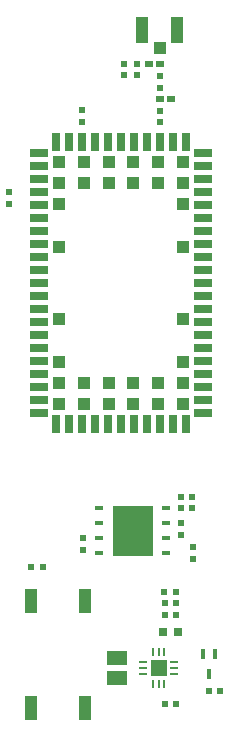
<source format=gtp>
G04 Layer_Color=8421504*
%FSLAX44Y44*%
%MOMM*%
G71*
G01*
G75*
%ADD11R,1.0000X1.0500*%
%ADD12R,1.0500X2.2000*%
%ADD13R,0.6000X0.5500*%
%ADD14R,0.5000X0.6000*%
%ADD15R,0.8000X0.4000*%
%ADD16R,3.4000X4.2000*%
%ADD17R,1.0000X2.0000*%
%ADD18R,0.7500X0.8000*%
%ADD19R,0.6000X0.5000*%
%ADD20O,0.8000X0.2500*%
%ADD21O,0.2500X0.8000*%
%ADD22R,1.4800X1.4800*%
%ADD23R,1.8200X1.1900*%
%ADD24R,0.4000X0.8500*%
%ADD25R,0.5500X0.6000*%
%ADD26R,0.6500X0.5000*%
%ADD27R,1.5000X0.8000*%
%ADD28R,0.8000X1.5000*%
%ADD29R,1.1000X1.1000*%
D11*
X161500Y584250D02*
D03*
D12*
X146750Y599500D02*
D03*
X176250D02*
D03*
D13*
X202750Y39750D02*
D03*
X212750D02*
D03*
X52750Y145250D02*
D03*
X62750D02*
D03*
D14*
X188750Y194750D02*
D03*
Y204750D02*
D03*
X96000Y169500D02*
D03*
Y159500D02*
D03*
X179750Y194750D02*
D03*
Y204750D02*
D03*
Y182000D02*
D03*
Y172000D02*
D03*
X189250Y162250D02*
D03*
Y152250D02*
D03*
X131500Y561250D02*
D03*
Y571250D02*
D03*
X161500Y560500D02*
D03*
Y550500D02*
D03*
D15*
X110000Y194800D02*
D03*
Y182100D02*
D03*
Y169400D02*
D03*
Y156700D02*
D03*
X166500D02*
D03*
X166500Y169400D02*
D03*
Y182100D02*
D03*
X166500Y194800D02*
D03*
D16*
X138500Y175750D02*
D03*
D17*
X52750Y116000D02*
D03*
X97750D02*
D03*
X52750Y26000D02*
D03*
X97750D02*
D03*
D18*
X163740Y90150D02*
D03*
X177240D02*
D03*
D19*
X165490Y104120D02*
D03*
X175490D02*
D03*
X165490Y114280D02*
D03*
X175490D02*
D03*
X175250Y124000D02*
D03*
X165250D02*
D03*
X165490Y29190D02*
D03*
X175490D02*
D03*
D20*
X147080Y64670D02*
D03*
Y59670D02*
D03*
Y54670D02*
D03*
X173580D02*
D03*
Y59670D02*
D03*
X173580Y64670D02*
D03*
D21*
X155330Y46420D02*
D03*
X160330Y46420D02*
D03*
X165330D02*
D03*
Y72920D02*
D03*
X160330D02*
D03*
X155330D02*
D03*
D22*
X160330Y59670D02*
D03*
D23*
X124770Y68220D02*
D03*
Y51120D02*
D03*
D24*
X207750Y71750D02*
D03*
X197750Y71750D02*
D03*
X202750Y54750D02*
D03*
D25*
X33500Y462750D02*
D03*
Y452750D02*
D03*
X141750Y571250D02*
D03*
Y561250D02*
D03*
X95500Y522000D02*
D03*
Y532000D02*
D03*
X161560Y521490D02*
D03*
Y531490D02*
D03*
D26*
X152000Y571250D02*
D03*
X161500D02*
D03*
X171000Y541000D02*
D03*
X161500D02*
D03*
D27*
X59040Y495520D02*
D03*
Y484520D02*
D03*
Y473520D02*
D03*
Y462520D02*
D03*
Y451520D02*
D03*
Y440520D02*
D03*
Y429520D02*
D03*
Y418520D02*
D03*
Y407520D02*
D03*
Y396520D02*
D03*
Y385520D02*
D03*
Y374520D02*
D03*
Y363520D02*
D03*
Y352520D02*
D03*
Y341520D02*
D03*
Y330520D02*
D03*
Y319520D02*
D03*
Y308520D02*
D03*
Y297520D02*
D03*
Y286520D02*
D03*
Y275520D02*
D03*
X198040Y275520D02*
D03*
Y286520D02*
D03*
Y297520D02*
D03*
Y308520D02*
D03*
Y319520D02*
D03*
Y330520D02*
D03*
Y341520D02*
D03*
Y352520D02*
D03*
Y363520D02*
D03*
Y374520D02*
D03*
Y385520D02*
D03*
Y396520D02*
D03*
Y407520D02*
D03*
Y418520D02*
D03*
Y429520D02*
D03*
Y440520D02*
D03*
Y451520D02*
D03*
Y462520D02*
D03*
Y473520D02*
D03*
Y484520D02*
D03*
Y495520D02*
D03*
D28*
X73540Y266020D02*
D03*
X84540D02*
D03*
X95540D02*
D03*
X106540D02*
D03*
X117540D02*
D03*
X128540D02*
D03*
X139540D02*
D03*
X150540D02*
D03*
X161540D02*
D03*
X172540D02*
D03*
X183540D02*
D03*
Y505020D02*
D03*
X172540D02*
D03*
X161540D02*
D03*
X150540D02*
D03*
X139540D02*
D03*
X128540D02*
D03*
X117540D02*
D03*
X106540D02*
D03*
X95540D02*
D03*
X84540D02*
D03*
X73540D02*
D03*
D29*
X76040Y488020D02*
D03*
Y470020D02*
D03*
Y452020D02*
D03*
Y416020D02*
D03*
Y355020D02*
D03*
Y319020D02*
D03*
Y301020D02*
D03*
Y283020D02*
D03*
X97040D02*
D03*
X118040D02*
D03*
X139040D02*
D03*
X160040D02*
D03*
X181040D02*
D03*
Y301020D02*
D03*
X160040D02*
D03*
X139040D02*
D03*
X118040D02*
D03*
X97040D02*
D03*
X181040Y319020D02*
D03*
Y355020D02*
D03*
Y416020D02*
D03*
Y452020D02*
D03*
X97040Y470020D02*
D03*
X118040D02*
D03*
X139040D02*
D03*
X160040D02*
D03*
X181040D02*
D03*
Y488020D02*
D03*
X160040D02*
D03*
X139040D02*
D03*
X118040D02*
D03*
X97040D02*
D03*
M02*

</source>
